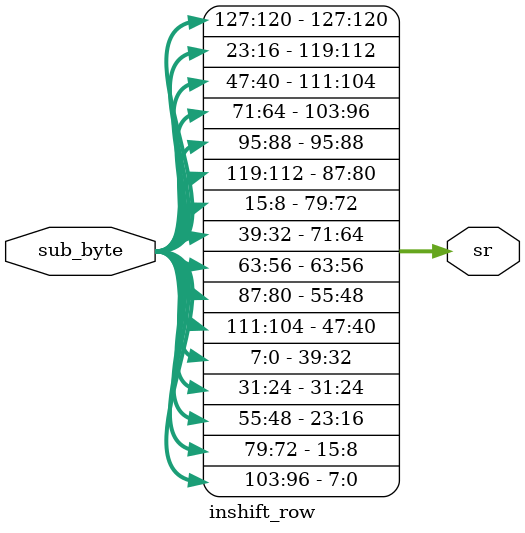
<source format=v>
module inshift_row(sub_byte, sr);

input [127:0]sub_byte;
output [127:0] sr;


assign sr[127:120] = sub_byte[127:120];

assign sr[119:112] = sub_byte[23:16];

assign sr[111:104] = sub_byte[47:40];

assign sr[103:96] = sub_byte[71:64];

assign sr[95:88] = sub_byte[95:88];

assign sr[87:80] = sub_byte[119:112];

assign sr[79:72] = sub_byte[15:8];

assign sr[71:64] = sub_byte[39:32];

assign sr[63:56] = sub_byte[63:56];

assign sr[55:48] = sub_byte[87:80];

assign sr[47:40] = sub_byte[111:104];

assign sr[39:32] = sub_byte[7:0];

assign sr[31:24] = sub_byte[31:24];

assign sr[23:16] = sub_byte[55:48];

assign sr[15:8] = sub_byte[79:72];

assign sr[7:0] = sub_byte[103:96];



endmodule
</source>
